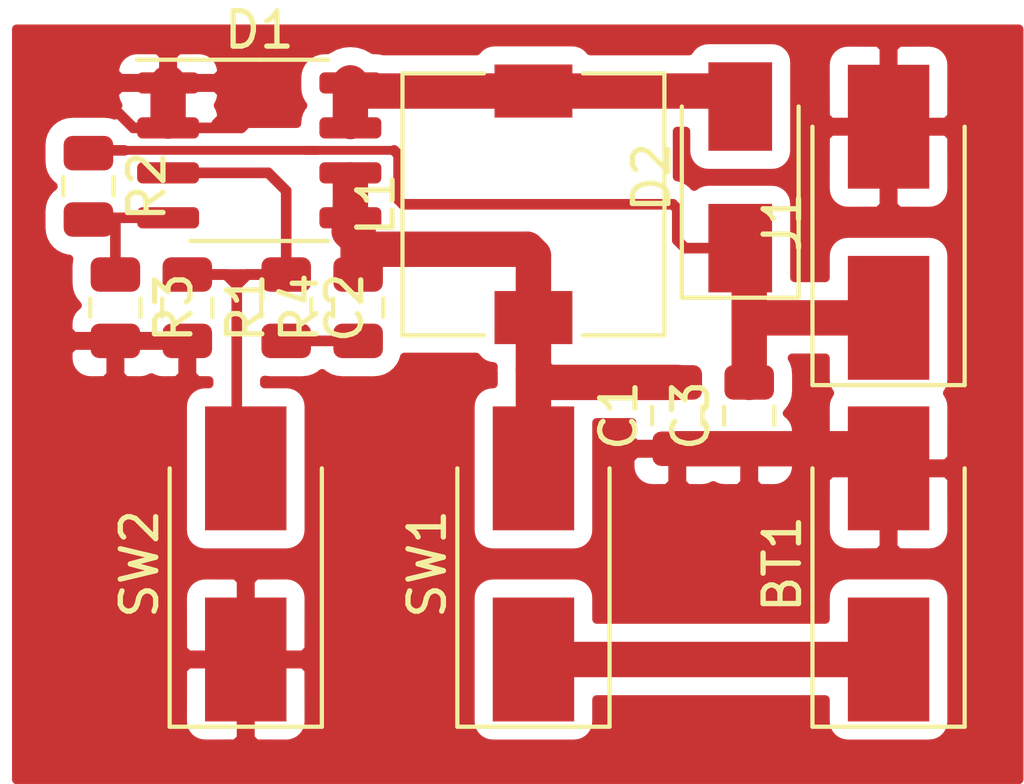
<source format=kicad_pcb>
(kicad_pcb (version 20171130) (host pcbnew 5.1.5+dfsg1-2build2)

  (general
    (thickness 1.6)
    (drawings 0)
    (tracks 64)
    (zones 0)
    (modules 14)
    (nets 9)
  )

  (page A4)
  (layers
    (0 F.Cu signal)
    (31 B.Cu signal)
    (32 B.Adhes user)
    (33 F.Adhes user)
    (34 B.Paste user)
    (35 F.Paste user)
    (36 B.SilkS user)
    (37 F.SilkS user)
    (38 B.Mask user)
    (39 F.Mask user)
    (40 Dwgs.User user)
    (41 Cmts.User user)
    (42 Eco1.User user)
    (43 Eco2.User user)
    (44 Edge.Cuts user)
    (45 Margin user)
    (46 B.CrtYd user)
    (47 F.CrtYd user)
    (48 B.Fab user)
    (49 F.Fab user)
  )

  (setup
    (last_trace_width 0.3)
    (user_trace_width 0.3)
    (user_trace_width 1)
    (trace_clearance 0.2)
    (zone_clearance 0.508)
    (zone_45_only no)
    (trace_min 0.2)
    (via_size 0.8)
    (via_drill 0.4)
    (via_min_size 0.4)
    (via_min_drill 0.3)
    (uvia_size 0.3)
    (uvia_drill 0.1)
    (uvias_allowed no)
    (uvia_min_size 0.2)
    (uvia_min_drill 0.1)
    (edge_width 0.05)
    (segment_width 0.2)
    (pcb_text_width 0.3)
    (pcb_text_size 1.5 1.5)
    (mod_edge_width 0.12)
    (mod_text_size 1 1)
    (mod_text_width 0.15)
    (pad_size 1.75 0.6)
    (pad_drill 0)
    (pad_to_mask_clearance 0.051)
    (solder_mask_min_width 0.25)
    (aux_axis_origin 0 0)
    (visible_elements FFFFFF7F)
    (pcbplotparams
      (layerselection 0x010fc_ffffffff)
      (usegerberextensions false)
      (usegerberattributes false)
      (usegerberadvancedattributes false)
      (creategerberjobfile false)
      (excludeedgelayer true)
      (linewidth 0.100000)
      (plotframeref false)
      (viasonmask false)
      (mode 1)
      (useauxorigin false)
      (hpglpennumber 1)
      (hpglpenspeed 20)
      (hpglpendiameter 15.000000)
      (psnegative false)
      (psa4output false)
      (plotreference true)
      (plotvalue true)
      (plotinvisibletext false)
      (padsonsilk false)
      (subtractmaskfromsilk false)
      (outputformat 1)
      (mirror false)
      (drillshape 1)
      (scaleselection 1)
      (outputdirectory ""))
  )

  (net 0 "")
  (net 1 GND)
  (net 2 "Net-(BT1-Pad1)")
  (net 3 "Net-(C1-Pad2)")
  (net 4 "Net-(C2-Pad1)")
  (net 5 "Net-(C3-Pad2)")
  (net 6 "Net-(D1-Pad7)")
  (net 7 "Net-(D1-Pad4)")
  (net 8 "Net-(C2-Pad2)")

  (net_class Default "Это класс цепей по умолчанию."
    (clearance 0.2)
    (trace_width 0.25)
    (via_dia 0.8)
    (via_drill 0.4)
    (uvia_dia 0.3)
    (uvia_drill 0.1)
    (add_net GND)
    (add_net "Net-(BT1-Pad1)")
    (add_net "Net-(C1-Pad2)")
    (add_net "Net-(C2-Pad1)")
    (add_net "Net-(C2-Pad2)")
    (add_net "Net-(C3-Pad2)")
    (add_net "Net-(D1-Pad4)")
    (add_net "Net-(D1-Pad7)")
  )

  (module Resistor_SMD:R_0805_2012Metric (layer F.Cu) (tedit 5B36C52B) (tstamp 6035ED59)
    (at 123.317 74.041 90)
    (descr "Resistor SMD 0805 (2012 Metric), square (rectangular) end terminal, IPC_7351 nominal, (Body size source: https://docs.google.com/spreadsheets/d/1BsfQQcO9C6DZCsRaXUlFlo91Tg2WpOkGARC1WS5S8t0/edit?usp=sharing), generated with kicad-footprint-generator")
    (tags resistor)
    (path /60363F0A)
    (attr smd)
    (fp_text reference R4 (at 0 -1.65 90) (layer F.SilkS)
      (effects (font (size 1 1) (thickness 0.15)))
    )
    (fp_text value 1k (at 0 1.65 90) (layer F.Fab)
      (effects (font (size 1 1) (thickness 0.15)))
    )
    (fp_text user %R (at 0 0 90) (layer F.Fab)
      (effects (font (size 0.5 0.5) (thickness 0.08)))
    )
    (fp_line (start 1.68 0.95) (end -1.68 0.95) (layer F.CrtYd) (width 0.05))
    (fp_line (start 1.68 -0.95) (end 1.68 0.95) (layer F.CrtYd) (width 0.05))
    (fp_line (start -1.68 -0.95) (end 1.68 -0.95) (layer F.CrtYd) (width 0.05))
    (fp_line (start -1.68 0.95) (end -1.68 -0.95) (layer F.CrtYd) (width 0.05))
    (fp_line (start -0.258578 0.71) (end 0.258578 0.71) (layer F.SilkS) (width 0.12))
    (fp_line (start -0.258578 -0.71) (end 0.258578 -0.71) (layer F.SilkS) (width 0.12))
    (fp_line (start 1 0.6) (end -1 0.6) (layer F.Fab) (width 0.1))
    (fp_line (start 1 -0.6) (end 1 0.6) (layer F.Fab) (width 0.1))
    (fp_line (start -1 -0.6) (end 1 -0.6) (layer F.Fab) (width 0.1))
    (fp_line (start -1 0.6) (end -1 -0.6) (layer F.Fab) (width 0.1))
    (pad 2 smd roundrect (at 0.9375 0 90) (size 0.975 1.4) (layers F.Cu F.Paste F.Mask) (roundrect_rratio 0.25)
      (net 3 "Net-(C1-Pad2)"))
    (pad 1 smd roundrect (at -0.9375 0 90) (size 0.975 1.4) (layers F.Cu F.Paste F.Mask) (roundrect_rratio 0.25)
      (net 8 "Net-(C2-Pad2)"))
    (model ${KISYS3DMOD}/Resistor_SMD.3dshapes/R_0805_2012Metric.wrl
      (at (xyz 0 0 0))
      (scale (xyz 1 1 1))
      (rotate (xyz 0 0 0))
    )
  )

  (module Package_SO:SO-8_3.9x4.9mm_P1.27mm (layer F.Cu) (tedit 6035E016) (tstamp 60353EAA)
    (at 120.523 69.596)
    (descr "SO, 8 Pin (https://www.nxp.com/docs/en/data-sheet/PCF8523.pdf), generated with kicad-footprint-generator ipc_gullwing_generator.py")
    (tags "SO SO")
    (path /6033E44A)
    (attr smd)
    (fp_text reference D1 (at 0 -3.4) (layer F.SilkS)
      (effects (font (size 1 1) (thickness 0.15)))
    )
    (fp_text value ME2149 (at 0 3.4) (layer F.Fab)
      (effects (font (size 1 1) (thickness 0.15)))
    )
    (fp_text user %R (at 0 0) (layer F.Fab)
      (effects (font (size 0.98 0.98) (thickness 0.15)))
    )
    (fp_line (start 3.7 -2.7) (end -3.7 -2.7) (layer F.CrtYd) (width 0.05))
    (fp_line (start 3.7 2.7) (end 3.7 -2.7) (layer F.CrtYd) (width 0.05))
    (fp_line (start -3.7 2.7) (end 3.7 2.7) (layer F.CrtYd) (width 0.05))
    (fp_line (start -3.7 -2.7) (end -3.7 2.7) (layer F.CrtYd) (width 0.05))
    (fp_line (start -1.95 -1.475) (end -0.975 -2.45) (layer F.Fab) (width 0.1))
    (fp_line (start -1.95 2.45) (end -1.95 -1.475) (layer F.Fab) (width 0.1))
    (fp_line (start 1.95 2.45) (end -1.95 2.45) (layer F.Fab) (width 0.1))
    (fp_line (start 1.95 -2.45) (end 1.95 2.45) (layer F.Fab) (width 0.1))
    (fp_line (start -0.975 -2.45) (end 1.95 -2.45) (layer F.Fab) (width 0.1))
    (fp_line (start 0 -2.56) (end -3.45 -2.56) (layer F.SilkS) (width 0.12))
    (fp_line (start 0 -2.56) (end 1.95 -2.56) (layer F.SilkS) (width 0.12))
    (fp_line (start 0 2.56) (end -1.95 2.56) (layer F.SilkS) (width 0.12))
    (fp_line (start 0 2.56) (end 1.95 2.56) (layer F.SilkS) (width 0.12))
    (pad 8 smd roundrect (at 2.575 -1.905) (size 1.75 0.6) (layers F.Cu F.Paste F.Mask) (roundrect_rratio 0.25)
      (net 6 "Net-(D1-Pad7)"))
    (pad 7 smd roundrect (at 2.575 -0.635) (size 1.75 0.6) (layers F.Cu F.Paste F.Mask) (roundrect_rratio 0.25)
      (net 6 "Net-(D1-Pad7)"))
    (pad 6 smd roundrect (at 2.575 0.635) (size 1.75 0.6) (layers F.Cu F.Paste F.Mask) (roundrect_rratio 0.25)
      (net 3 "Net-(C1-Pad2)"))
    (pad 5 smd roundrect (at 2.575 1.905) (size 1.75 0.6) (layers F.Cu F.Paste F.Mask) (roundrect_rratio 0.25)
      (net 3 "Net-(C1-Pad2)"))
    (pad 4 smd roundrect (at -2.575 1.905) (size 1.75 0.6) (layers F.Cu F.Paste F.Mask) (roundrect_rratio 0.25)
      (net 7 "Net-(D1-Pad4)"))
    (pad 3 smd roundrect (at -2.575 0.635) (size 1.75 0.6) (layers F.Cu F.Paste F.Mask) (roundrect_rratio 0.25)
      (net 4 "Net-(C2-Pad1)"))
    (pad 2 smd roundrect (at -2.575 -0.635) (size 1.75 0.6) (layers F.Cu F.Paste F.Mask) (roundrect_rratio 0.25)
      (net 1 GND))
    (pad 1 smd roundrect (at -2.575 -1.905) (size 1.75 0.6) (layers F.Cu F.Paste F.Mask) (roundrect_rratio 0.25)
      (net 1 GND))
    (model ${KISYS3DMOD}/Package_SO.3dshapes/SO-8_3.9x4.9mm_P1.27mm.wrl
      (at (xyz 0 0 0))
      (scale (xyz 1 1 1))
      (rotate (xyz 0 0 0))
    )
  )

  (module Diode_SMD:D_SMB_Handsoldering (layer F.Cu) (tedit 590B3D55) (tstamp 60353F56)
    (at 120.142 81.28 90)
    (descr "Diode SMB (DO-214AA) Handsoldering")
    (tags "Diode SMB (DO-214AA) Handsoldering")
    (path /603BC9A7)
    (attr smd)
    (fp_text reference SW2 (at 0 -3 90) (layer F.SilkS)
      (effects (font (size 1 1) (thickness 0.15)))
    )
    (fp_text value SW_SPST (at 0 3 90) (layer F.Fab)
      (effects (font (size 1 1) (thickness 0.15)))
    )
    (fp_line (start -4.6 -2.15) (end 2.7 -2.15) (layer F.SilkS) (width 0.12))
    (fp_line (start -4.6 2.15) (end 2.7 2.15) (layer F.SilkS) (width 0.12))
    (fp_line (start -0.64944 0.00102) (end 0.50118 -0.79908) (layer F.Fab) (width 0.1))
    (fp_line (start -0.64944 0.00102) (end 0.50118 0.75032) (layer F.Fab) (width 0.1))
    (fp_line (start 0.50118 0.75032) (end 0.50118 -0.79908) (layer F.Fab) (width 0.1))
    (fp_line (start -0.64944 -0.79908) (end -0.64944 0.80112) (layer F.Fab) (width 0.1))
    (fp_line (start 0.50118 0.00102) (end 1.4994 0.00102) (layer F.Fab) (width 0.1))
    (fp_line (start -0.64944 0.00102) (end -1.55114 0.00102) (layer F.Fab) (width 0.1))
    (fp_line (start -4.7 2.25) (end -4.7 -2.25) (layer F.CrtYd) (width 0.05))
    (fp_line (start 4.7 2.25) (end -4.7 2.25) (layer F.CrtYd) (width 0.05))
    (fp_line (start 4.7 -2.25) (end 4.7 2.25) (layer F.CrtYd) (width 0.05))
    (fp_line (start -4.7 -2.25) (end 4.7 -2.25) (layer F.CrtYd) (width 0.05))
    (fp_line (start 2.3 -2) (end -2.3 -2) (layer F.Fab) (width 0.1))
    (fp_line (start 2.3 -2) (end 2.3 2) (layer F.Fab) (width 0.1))
    (fp_line (start -2.3 2) (end -2.3 -2) (layer F.Fab) (width 0.1))
    (fp_line (start 2.3 2) (end -2.3 2) (layer F.Fab) (width 0.1))
    (fp_line (start -4.6 -2.15) (end -4.6 2.15) (layer F.SilkS) (width 0.12))
    (fp_text user %R (at 0 -3 90) (layer F.Fab)
      (effects (font (size 1 1) (thickness 0.15)))
    )
    (pad 2 smd rect (at 2.7 0 90) (size 3.5 2.3) (layers F.Cu F.Paste F.Mask)
      (net 4 "Net-(C2-Pad1)"))
    (pad 1 smd rect (at -2.7 0 90) (size 3.5 2.3) (layers F.Cu F.Paste F.Mask)
      (net 1 GND))
    (model ${KISYS3DMOD}/Diode_SMD.3dshapes/D_SMB.wrl
      (at (xyz 0 0 0))
      (scale (xyz 1 1 1))
      (rotate (xyz 0 0 0))
    )
  )

  (module Diode_SMD:D_SMB_Handsoldering (layer F.Cu) (tedit 590B3D55) (tstamp 60353F3E)
    (at 128.27 81.28 90)
    (descr "Diode SMB (DO-214AA) Handsoldering")
    (tags "Diode SMB (DO-214AA) Handsoldering")
    (path /603761C7)
    (attr smd)
    (fp_text reference SW1 (at 0 -3 90) (layer F.SilkS)
      (effects (font (size 1 1) (thickness 0.15)))
    )
    (fp_text value SW_SPST (at 0 3 90) (layer F.Fab)
      (effects (font (size 1 1) (thickness 0.15)))
    )
    (fp_line (start -4.6 -2.15) (end 2.7 -2.15) (layer F.SilkS) (width 0.12))
    (fp_line (start -4.6 2.15) (end 2.7 2.15) (layer F.SilkS) (width 0.12))
    (fp_line (start -0.64944 0.00102) (end 0.50118 -0.79908) (layer F.Fab) (width 0.1))
    (fp_line (start -0.64944 0.00102) (end 0.50118 0.75032) (layer F.Fab) (width 0.1))
    (fp_line (start 0.50118 0.75032) (end 0.50118 -0.79908) (layer F.Fab) (width 0.1))
    (fp_line (start -0.64944 -0.79908) (end -0.64944 0.80112) (layer F.Fab) (width 0.1))
    (fp_line (start 0.50118 0.00102) (end 1.4994 0.00102) (layer F.Fab) (width 0.1))
    (fp_line (start -0.64944 0.00102) (end -1.55114 0.00102) (layer F.Fab) (width 0.1))
    (fp_line (start -4.7 2.25) (end -4.7 -2.25) (layer F.CrtYd) (width 0.05))
    (fp_line (start 4.7 2.25) (end -4.7 2.25) (layer F.CrtYd) (width 0.05))
    (fp_line (start 4.7 -2.25) (end 4.7 2.25) (layer F.CrtYd) (width 0.05))
    (fp_line (start -4.7 -2.25) (end 4.7 -2.25) (layer F.CrtYd) (width 0.05))
    (fp_line (start 2.3 -2) (end -2.3 -2) (layer F.Fab) (width 0.1))
    (fp_line (start 2.3 -2) (end 2.3 2) (layer F.Fab) (width 0.1))
    (fp_line (start -2.3 2) (end -2.3 -2) (layer F.Fab) (width 0.1))
    (fp_line (start 2.3 2) (end -2.3 2) (layer F.Fab) (width 0.1))
    (fp_line (start -4.6 -2.15) (end -4.6 2.15) (layer F.SilkS) (width 0.12))
    (fp_text user %R (at 0 -3 90) (layer F.Fab)
      (effects (font (size 1 1) (thickness 0.15)))
    )
    (pad 2 smd rect (at 2.7 0 90) (size 3.5 2.3) (layers F.Cu F.Paste F.Mask)
      (net 3 "Net-(C1-Pad2)"))
    (pad 1 smd rect (at -2.7 0 90) (size 3.5 2.3) (layers F.Cu F.Paste F.Mask)
      (net 2 "Net-(BT1-Pad1)"))
    (model ${KISYS3DMOD}/Diode_SMD.3dshapes/D_SMB.wrl
      (at (xyz 0 0 0))
      (scale (xyz 1 1 1))
      (rotate (xyz 0 0 0))
    )
  )

  (module Capacitor_SMD:C_0805_2012Metric (layer F.Cu) (tedit 5B36C52B) (tstamp 60353F26)
    (at 116.459 74.041 270)
    (descr "Capacitor SMD 0805 (2012 Metric), square (rectangular) end terminal, IPC_7351 nominal, (Body size source: https://docs.google.com/spreadsheets/d/1BsfQQcO9C6DZCsRaXUlFlo91Tg2WpOkGARC1WS5S8t0/edit?usp=sharing), generated with kicad-footprint-generator")
    (tags capacitor)
    (path /60386895)
    (attr smd)
    (fp_text reference R3 (at 0 -1.65 90) (layer F.SilkS)
      (effects (font (size 1 1) (thickness 0.15)))
    )
    (fp_text value 6k (at 0 1.65 90) (layer F.Fab)
      (effects (font (size 1 1) (thickness 0.15)))
    )
    (fp_text user %R (at 0 0 90) (layer F.Fab)
      (effects (font (size 0.5 0.5) (thickness 0.08)))
    )
    (fp_line (start 1.68 0.95) (end -1.68 0.95) (layer F.CrtYd) (width 0.05))
    (fp_line (start 1.68 -0.95) (end 1.68 0.95) (layer F.CrtYd) (width 0.05))
    (fp_line (start -1.68 -0.95) (end 1.68 -0.95) (layer F.CrtYd) (width 0.05))
    (fp_line (start -1.68 0.95) (end -1.68 -0.95) (layer F.CrtYd) (width 0.05))
    (fp_line (start -0.258578 0.71) (end 0.258578 0.71) (layer F.SilkS) (width 0.12))
    (fp_line (start -0.258578 -0.71) (end 0.258578 -0.71) (layer F.SilkS) (width 0.12))
    (fp_line (start 1 0.6) (end -1 0.6) (layer F.Fab) (width 0.1))
    (fp_line (start 1 -0.6) (end 1 0.6) (layer F.Fab) (width 0.1))
    (fp_line (start -1 -0.6) (end 1 -0.6) (layer F.Fab) (width 0.1))
    (fp_line (start -1 0.6) (end -1 -0.6) (layer F.Fab) (width 0.1))
    (pad 2 smd roundrect (at 0.9375 0 270) (size 0.975 1.4) (layers F.Cu F.Paste F.Mask) (roundrect_rratio 0.25)
      (net 1 GND))
    (pad 1 smd roundrect (at -0.9375 0 270) (size 0.975 1.4) (layers F.Cu F.Paste F.Mask) (roundrect_rratio 0.25)
      (net 7 "Net-(D1-Pad4)"))
    (model ${KISYS3DMOD}/Capacitor_SMD.3dshapes/C_0805_2012Metric.wrl
      (at (xyz 0 0 0))
      (scale (xyz 1 1 1))
      (rotate (xyz 0 0 0))
    )
  )

  (module Capacitor_SMD:C_0805_2012Metric (layer F.Cu) (tedit 5B36C52B) (tstamp 60353F15)
    (at 115.697 70.612 270)
    (descr "Capacitor SMD 0805 (2012 Metric), square (rectangular) end terminal, IPC_7351 nominal, (Body size source: https://docs.google.com/spreadsheets/d/1BsfQQcO9C6DZCsRaXUlFlo91Tg2WpOkGARC1WS5S8t0/edit?usp=sharing), generated with kicad-footprint-generator")
    (tags capacitor)
    (path /60385FB9)
    (attr smd)
    (fp_text reference R2 (at 0 -1.65 90) (layer F.SilkS)
      (effects (font (size 1 1) (thickness 0.15)))
    )
    (fp_text value 1k (at 0 1.65 90) (layer F.Fab)
      (effects (font (size 1 1) (thickness 0.15)))
    )
    (fp_text user %R (at 0 0 90) (layer F.Fab)
      (effects (font (size 0.5 0.5) (thickness 0.08)))
    )
    (fp_line (start 1.68 0.95) (end -1.68 0.95) (layer F.CrtYd) (width 0.05))
    (fp_line (start 1.68 -0.95) (end 1.68 0.95) (layer F.CrtYd) (width 0.05))
    (fp_line (start -1.68 -0.95) (end 1.68 -0.95) (layer F.CrtYd) (width 0.05))
    (fp_line (start -1.68 0.95) (end -1.68 -0.95) (layer F.CrtYd) (width 0.05))
    (fp_line (start -0.258578 0.71) (end 0.258578 0.71) (layer F.SilkS) (width 0.12))
    (fp_line (start -0.258578 -0.71) (end 0.258578 -0.71) (layer F.SilkS) (width 0.12))
    (fp_line (start 1 0.6) (end -1 0.6) (layer F.Fab) (width 0.1))
    (fp_line (start 1 -0.6) (end 1 0.6) (layer F.Fab) (width 0.1))
    (fp_line (start -1 -0.6) (end 1 -0.6) (layer F.Fab) (width 0.1))
    (fp_line (start -1 0.6) (end -1 -0.6) (layer F.Fab) (width 0.1))
    (pad 2 smd roundrect (at 0.9375 0 270) (size 0.975 1.4) (layers F.Cu F.Paste F.Mask) (roundrect_rratio 0.25)
      (net 7 "Net-(D1-Pad4)"))
    (pad 1 smd roundrect (at -0.9375 0 270) (size 0.975 1.4) (layers F.Cu F.Paste F.Mask) (roundrect_rratio 0.25)
      (net 5 "Net-(C3-Pad2)"))
    (model ${KISYS3DMOD}/Capacitor_SMD.3dshapes/C_0805_2012Metric.wrl
      (at (xyz 0 0 0))
      (scale (xyz 1 1 1))
      (rotate (xyz 0 0 0))
    )
  )

  (module Capacitor_SMD:C_0805_2012Metric (layer F.Cu) (tedit 5B36C52B) (tstamp 60353F04)
    (at 118.491 74.041 270)
    (descr "Capacitor SMD 0805 (2012 Metric), square (rectangular) end terminal, IPC_7351 nominal, (Body size source: https://docs.google.com/spreadsheets/d/1BsfQQcO9C6DZCsRaXUlFlo91Tg2WpOkGARC1WS5S8t0/edit?usp=sharing), generated with kicad-footprint-generator")
    (tags capacitor)
    (path /6037F926)
    (attr smd)
    (fp_text reference R1 (at 0 -1.65 90) (layer F.SilkS)
      (effects (font (size 1 1) (thickness 0.15)))
    )
    (fp_text value 10M (at 0 1.65 270) (layer F.Fab)
      (effects (font (size 1 1) (thickness 0.15)))
    )
    (fp_text user %R (at 0 0 90) (layer F.Fab)
      (effects (font (size 0.5 0.5) (thickness 0.08)))
    )
    (fp_line (start 1.68 0.95) (end -1.68 0.95) (layer F.CrtYd) (width 0.05))
    (fp_line (start 1.68 -0.95) (end 1.68 0.95) (layer F.CrtYd) (width 0.05))
    (fp_line (start -1.68 -0.95) (end 1.68 -0.95) (layer F.CrtYd) (width 0.05))
    (fp_line (start -1.68 0.95) (end -1.68 -0.95) (layer F.CrtYd) (width 0.05))
    (fp_line (start -0.258578 0.71) (end 0.258578 0.71) (layer F.SilkS) (width 0.12))
    (fp_line (start -0.258578 -0.71) (end 0.258578 -0.71) (layer F.SilkS) (width 0.12))
    (fp_line (start 1 0.6) (end -1 0.6) (layer F.Fab) (width 0.1))
    (fp_line (start 1 -0.6) (end 1 0.6) (layer F.Fab) (width 0.1))
    (fp_line (start -1 -0.6) (end 1 -0.6) (layer F.Fab) (width 0.1))
    (fp_line (start -1 0.6) (end -1 -0.6) (layer F.Fab) (width 0.1))
    (pad 2 smd roundrect (at 0.9375 0 270) (size 0.975 1.4) (layers F.Cu F.Paste F.Mask) (roundrect_rratio 0.25)
      (net 1 GND))
    (pad 1 smd roundrect (at -0.9375 0 270) (size 0.975 1.4) (layers F.Cu F.Paste F.Mask) (roundrect_rratio 0.25)
      (net 4 "Net-(C2-Pad1)"))
    (model ${KISYS3DMOD}/Capacitor_SMD.3dshapes/C_0805_2012Metric.wrl
      (at (xyz 0 0 0))
      (scale (xyz 1 1 1))
      (rotate (xyz 0 0 0))
    )
  )

  (module Inductor_SMD:L_7.3x7.3_H4.5 (layer F.Cu) (tedit 5990349C) (tstamp 60353EF3)
    (at 128.27 71.12 90)
    (descr "Choke, SMD, 7.3x7.3mm 4.5mm height")
    (tags "Choke SMD")
    (path /60388B21)
    (attr smd)
    (fp_text reference L1 (at 0 -4.45 90) (layer F.SilkS)
      (effects (font (size 1 1) (thickness 0.15)))
    )
    (fp_text value 4.7mH (at 0 4.45 90) (layer F.Fab)
      (effects (font (size 1 1) (thickness 0.15)))
    )
    (fp_arc (start 0 0) (end -2.29 -2.29) (angle 90) (layer F.Fab) (width 0.1))
    (fp_arc (start 0 0) (end 2.29 2.29) (angle 90) (layer F.Fab) (width 0.1))
    (fp_line (start -3.65 -3.65) (end 3.65 -3.65) (layer F.Fab) (width 0.1))
    (fp_line (start 3.65 3.65) (end -3.65 3.65) (layer F.Fab) (width 0.1))
    (fp_line (start -3.65 -3.65) (end -3.65 -1.4) (layer F.Fab) (width 0.1))
    (fp_line (start -3.65 3.65) (end -3.65 1.4) (layer F.Fab) (width 0.1))
    (fp_line (start 3.65 -3.65) (end 3.65 -1.4) (layer F.Fab) (width 0.1))
    (fp_line (start 3.65 3.65) (end 3.65 1.4) (layer F.Fab) (width 0.1))
    (fp_line (start 4.2 -3.9) (end -4.2 -3.9) (layer F.CrtYd) (width 0.05))
    (fp_line (start 4.2 3.9) (end 4.2 -3.9) (layer F.CrtYd) (width 0.05))
    (fp_line (start -4.2 3.9) (end 4.2 3.9) (layer F.CrtYd) (width 0.05))
    (fp_line (start -4.2 -3.9) (end -4.2 3.9) (layer F.CrtYd) (width 0.05))
    (fp_line (start 3.7 -3.7) (end 3.7 -1.4) (layer F.SilkS) (width 0.12))
    (fp_line (start -3.7 -3.7) (end 3.7 -3.7) (layer F.SilkS) (width 0.12))
    (fp_line (start -3.7 -1.4) (end -3.7 -3.7) (layer F.SilkS) (width 0.12))
    (fp_line (start -3.7 3.7) (end -3.7 1.4) (layer F.SilkS) (width 0.12))
    (fp_line (start 3.7 3.7) (end -3.7 3.7) (layer F.SilkS) (width 0.12))
    (fp_line (start 3.7 1.4) (end 3.7 3.7) (layer F.SilkS) (width 0.12))
    (fp_text user %R (at 0 0 90) (layer F.Fab)
      (effects (font (size 1 1) (thickness 0.15)))
    )
    (pad 2 smd rect (at 3.2 0 90) (size 1.5 2.2) (layers F.Cu F.Paste F.Mask)
      (net 6 "Net-(D1-Pad7)"))
    (pad 1 smd rect (at -3.2 0 90) (size 1.5 2.2) (layers F.Cu F.Paste F.Mask)
      (net 3 "Net-(C1-Pad2)"))
    (model ${KISYS3DMOD}/Inductor_SMD.3dshapes/L_7.3x7.3_H4.5.wrl
      (at (xyz 0 0 0))
      (scale (xyz 1 1 1))
      (rotate (xyz 0 0 0))
    )
  )

  (module Diode_SMD:D_SMB_Handsoldering (layer F.Cu) (tedit 590B3D55) (tstamp 60353EDA)
    (at 138.303 71.628 90)
    (descr "Diode SMB (DO-214AA) Handsoldering")
    (tags "Diode SMB (DO-214AA) Handsoldering")
    (path /60391B8C)
    (attr smd)
    (fp_text reference J1 (at 0 -3 90) (layer F.SilkS)
      (effects (font (size 1 1) (thickness 0.15)))
    )
    (fp_text value "out 9v" (at 0 3 90) (layer F.Fab)
      (effects (font (size 1 1) (thickness 0.15)))
    )
    (fp_line (start -4.6 -2.15) (end 2.7 -2.15) (layer F.SilkS) (width 0.12))
    (fp_line (start -4.6 2.15) (end 2.7 2.15) (layer F.SilkS) (width 0.12))
    (fp_line (start -0.64944 0.00102) (end 0.50118 -0.79908) (layer F.Fab) (width 0.1))
    (fp_line (start -0.64944 0.00102) (end 0.50118 0.75032) (layer F.Fab) (width 0.1))
    (fp_line (start 0.50118 0.75032) (end 0.50118 -0.79908) (layer F.Fab) (width 0.1))
    (fp_line (start -0.64944 -0.79908) (end -0.64944 0.80112) (layer F.Fab) (width 0.1))
    (fp_line (start 0.50118 0.00102) (end 1.4994 0.00102) (layer F.Fab) (width 0.1))
    (fp_line (start -0.64944 0.00102) (end -1.55114 0.00102) (layer F.Fab) (width 0.1))
    (fp_line (start -4.7 2.25) (end -4.7 -2.25) (layer F.CrtYd) (width 0.05))
    (fp_line (start 4.7 2.25) (end -4.7 2.25) (layer F.CrtYd) (width 0.05))
    (fp_line (start 4.7 -2.25) (end 4.7 2.25) (layer F.CrtYd) (width 0.05))
    (fp_line (start -4.7 -2.25) (end 4.7 -2.25) (layer F.CrtYd) (width 0.05))
    (fp_line (start 2.3 -2) (end -2.3 -2) (layer F.Fab) (width 0.1))
    (fp_line (start 2.3 -2) (end 2.3 2) (layer F.Fab) (width 0.1))
    (fp_line (start -2.3 2) (end -2.3 -2) (layer F.Fab) (width 0.1))
    (fp_line (start 2.3 2) (end -2.3 2) (layer F.Fab) (width 0.1))
    (fp_line (start -4.6 -2.15) (end -4.6 2.15) (layer F.SilkS) (width 0.12))
    (fp_text user %R (at 0 -3 90) (layer F.Fab)
      (effects (font (size 1 1) (thickness 0.15)))
    )
    (pad 2 smd rect (at 2.7 0 90) (size 3.5 2.3) (layers F.Cu F.Paste F.Mask)
      (net 1 GND))
    (pad 1 smd rect (at -2.7 0 90) (size 3.5 2.3) (layers F.Cu F.Paste F.Mask)
      (net 5 "Net-(C3-Pad2)"))
    (model ${KISYS3DMOD}/Diode_SMD.3dshapes/D_SMB.wrl
      (at (xyz 0 0 0))
      (scale (xyz 1 1 1))
      (rotate (xyz 0 0 0))
    )
  )

  (module Diode_SMD:D_SMA (layer F.Cu) (tedit 586432E5) (tstamp 60353EC2)
    (at 134.112 70.358 90)
    (descr "Diode SMA (DO-214AC)")
    (tags "Diode SMA (DO-214AC)")
    (path /6038A153)
    (attr smd)
    (fp_text reference D2 (at 0 -2.5 90) (layer F.SilkS)
      (effects (font (size 1 1) (thickness 0.15)))
    )
    (fp_text value 1N5822 (at 0 2.6 90) (layer F.Fab)
      (effects (font (size 1 1) (thickness 0.15)))
    )
    (fp_line (start -3.4 -1.65) (end 2 -1.65) (layer F.SilkS) (width 0.12))
    (fp_line (start -3.4 1.65) (end 2 1.65) (layer F.SilkS) (width 0.12))
    (fp_line (start -0.64944 0.00102) (end 0.50118 -0.79908) (layer F.Fab) (width 0.1))
    (fp_line (start -0.64944 0.00102) (end 0.50118 0.75032) (layer F.Fab) (width 0.1))
    (fp_line (start 0.50118 0.75032) (end 0.50118 -0.79908) (layer F.Fab) (width 0.1))
    (fp_line (start -0.64944 -0.79908) (end -0.64944 0.80112) (layer F.Fab) (width 0.1))
    (fp_line (start 0.50118 0.00102) (end 1.4994 0.00102) (layer F.Fab) (width 0.1))
    (fp_line (start -0.64944 0.00102) (end -1.55114 0.00102) (layer F.Fab) (width 0.1))
    (fp_line (start -3.5 1.75) (end -3.5 -1.75) (layer F.CrtYd) (width 0.05))
    (fp_line (start 3.5 1.75) (end -3.5 1.75) (layer F.CrtYd) (width 0.05))
    (fp_line (start 3.5 -1.75) (end 3.5 1.75) (layer F.CrtYd) (width 0.05))
    (fp_line (start -3.5 -1.75) (end 3.5 -1.75) (layer F.CrtYd) (width 0.05))
    (fp_line (start 2.3 -1.5) (end -2.3 -1.5) (layer F.Fab) (width 0.1))
    (fp_line (start 2.3 -1.5) (end 2.3 1.5) (layer F.Fab) (width 0.1))
    (fp_line (start -2.3 1.5) (end -2.3 -1.5) (layer F.Fab) (width 0.1))
    (fp_line (start 2.3 1.5) (end -2.3 1.5) (layer F.Fab) (width 0.1))
    (fp_line (start -3.4 -1.65) (end -3.4 1.65) (layer F.SilkS) (width 0.12))
    (fp_text user %R (at 0 -2.5 90) (layer F.Fab)
      (effects (font (size 1 1) (thickness 0.15)))
    )
    (pad 2 smd rect (at 2 0 90) (size 2.5 1.8) (layers F.Cu F.Paste F.Mask)
      (net 6 "Net-(D1-Pad7)"))
    (pad 1 smd rect (at -2 0 90) (size 2.5 1.8) (layers F.Cu F.Paste F.Mask)
      (net 5 "Net-(C3-Pad2)"))
    (model ${KISYS3DMOD}/Diode_SMD.3dshapes/D_SMA.wrl
      (at (xyz 0 0 0))
      (scale (xyz 1 1 1))
      (rotate (xyz 0 0 0))
    )
  )

  (module Capacitor_SMD:C_0805_2012Metric (layer F.Cu) (tedit 5B36C52B) (tstamp 60353E90)
    (at 134.366 77.089 90)
    (descr "Capacitor SMD 0805 (2012 Metric), square (rectangular) end terminal, IPC_7351 nominal, (Body size source: https://docs.google.com/spreadsheets/d/1BsfQQcO9C6DZCsRaXUlFlo91Tg2WpOkGARC1WS5S8t0/edit?usp=sharing), generated with kicad-footprint-generator")
    (tags capacitor)
    (path /603AA968)
    (attr smd)
    (fp_text reference C3 (at 0 -1.65 90) (layer F.SilkS)
      (effects (font (size 1 1) (thickness 0.15)))
    )
    (fp_text value 10uF (at 0 1.65 90) (layer F.Fab)
      (effects (font (size 1 1) (thickness 0.15)))
    )
    (fp_text user %R (at 0 0 90) (layer F.Fab)
      (effects (font (size 0.5 0.5) (thickness 0.08)))
    )
    (fp_line (start 1.68 0.95) (end -1.68 0.95) (layer F.CrtYd) (width 0.05))
    (fp_line (start 1.68 -0.95) (end 1.68 0.95) (layer F.CrtYd) (width 0.05))
    (fp_line (start -1.68 -0.95) (end 1.68 -0.95) (layer F.CrtYd) (width 0.05))
    (fp_line (start -1.68 0.95) (end -1.68 -0.95) (layer F.CrtYd) (width 0.05))
    (fp_line (start -0.258578 0.71) (end 0.258578 0.71) (layer F.SilkS) (width 0.12))
    (fp_line (start -0.258578 -0.71) (end 0.258578 -0.71) (layer F.SilkS) (width 0.12))
    (fp_line (start 1 0.6) (end -1 0.6) (layer F.Fab) (width 0.1))
    (fp_line (start 1 -0.6) (end 1 0.6) (layer F.Fab) (width 0.1))
    (fp_line (start -1 -0.6) (end 1 -0.6) (layer F.Fab) (width 0.1))
    (fp_line (start -1 0.6) (end -1 -0.6) (layer F.Fab) (width 0.1))
    (pad 2 smd roundrect (at 0.9375 0 90) (size 0.975 1.4) (layers F.Cu F.Paste F.Mask) (roundrect_rratio 0.25)
      (net 5 "Net-(C3-Pad2)"))
    (pad 1 smd roundrect (at -0.9375 0 90) (size 0.975 1.4) (layers F.Cu F.Paste F.Mask) (roundrect_rratio 0.25)
      (net 1 GND))
    (model ${KISYS3DMOD}/Capacitor_SMD.3dshapes/C_0805_2012Metric.wrl
      (at (xyz 0 0 0))
      (scale (xyz 1 1 1))
      (rotate (xyz 0 0 0))
    )
  )

  (module Capacitor_SMD:C_0805_2012Metric (layer F.Cu) (tedit 5B36C52B) (tstamp 60353E7F)
    (at 121.285 74.041 270)
    (descr "Capacitor SMD 0805 (2012 Metric), square (rectangular) end terminal, IPC_7351 nominal, (Body size source: https://docs.google.com/spreadsheets/d/1BsfQQcO9C6DZCsRaXUlFlo91Tg2WpOkGARC1WS5S8t0/edit?usp=sharing), generated with kicad-footprint-generator")
    (tags capacitor)
    (path /60344611)
    (attr smd)
    (fp_text reference C2 (at 0 -1.65 90) (layer F.SilkS)
      (effects (font (size 1 1) (thickness 0.15)))
    )
    (fp_text value 1uF (at 0 1.65 90) (layer F.Fab)
      (effects (font (size 1 1) (thickness 0.15)))
    )
    (fp_text user %R (at 0 0 90) (layer F.Fab)
      (effects (font (size 0.5 0.5) (thickness 0.08)))
    )
    (fp_line (start 1.68 0.95) (end -1.68 0.95) (layer F.CrtYd) (width 0.05))
    (fp_line (start 1.68 -0.95) (end 1.68 0.95) (layer F.CrtYd) (width 0.05))
    (fp_line (start -1.68 -0.95) (end 1.68 -0.95) (layer F.CrtYd) (width 0.05))
    (fp_line (start -1.68 0.95) (end -1.68 -0.95) (layer F.CrtYd) (width 0.05))
    (fp_line (start -0.258578 0.71) (end 0.258578 0.71) (layer F.SilkS) (width 0.12))
    (fp_line (start -0.258578 -0.71) (end 0.258578 -0.71) (layer F.SilkS) (width 0.12))
    (fp_line (start 1 0.6) (end -1 0.6) (layer F.Fab) (width 0.1))
    (fp_line (start 1 -0.6) (end 1 0.6) (layer F.Fab) (width 0.1))
    (fp_line (start -1 -0.6) (end 1 -0.6) (layer F.Fab) (width 0.1))
    (fp_line (start -1 0.6) (end -1 -0.6) (layer F.Fab) (width 0.1))
    (pad 2 smd roundrect (at 0.9375 0 270) (size 0.975 1.4) (layers F.Cu F.Paste F.Mask) (roundrect_rratio 0.25)
      (net 8 "Net-(C2-Pad2)"))
    (pad 1 smd roundrect (at -0.9375 0 270) (size 0.975 1.4) (layers F.Cu F.Paste F.Mask) (roundrect_rratio 0.25)
      (net 4 "Net-(C2-Pad1)"))
    (model ${KISYS3DMOD}/Capacitor_SMD.3dshapes/C_0805_2012Metric.wrl
      (at (xyz 0 0 0))
      (scale (xyz 1 1 1))
      (rotate (xyz 0 0 0))
    )
  )

  (module Capacitor_SMD:C_0805_2012Metric (layer F.Cu) (tedit 5B36C52B) (tstamp 60353E6E)
    (at 132.334 77.089 90)
    (descr "Capacitor SMD 0805 (2012 Metric), square (rectangular) end terminal, IPC_7351 nominal, (Body size source: https://docs.google.com/spreadsheets/d/1BsfQQcO9C6DZCsRaXUlFlo91Tg2WpOkGARC1WS5S8t0/edit?usp=sharing), generated with kicad-footprint-generator")
    (tags capacitor)
    (path /603AAE82)
    (attr smd)
    (fp_text reference C1 (at 0 -1.65 90) (layer F.SilkS)
      (effects (font (size 1 1) (thickness 0.15)))
    )
    (fp_text value 10uF (at 0 1.65 90) (layer F.Fab)
      (effects (font (size 1 1) (thickness 0.15)))
    )
    (fp_text user %R (at 0 0 90) (layer F.Fab)
      (effects (font (size 0.5 0.5) (thickness 0.08)))
    )
    (fp_line (start 1.68 0.95) (end -1.68 0.95) (layer F.CrtYd) (width 0.05))
    (fp_line (start 1.68 -0.95) (end 1.68 0.95) (layer F.CrtYd) (width 0.05))
    (fp_line (start -1.68 -0.95) (end 1.68 -0.95) (layer F.CrtYd) (width 0.05))
    (fp_line (start -1.68 0.95) (end -1.68 -0.95) (layer F.CrtYd) (width 0.05))
    (fp_line (start -0.258578 0.71) (end 0.258578 0.71) (layer F.SilkS) (width 0.12))
    (fp_line (start -0.258578 -0.71) (end 0.258578 -0.71) (layer F.SilkS) (width 0.12))
    (fp_line (start 1 0.6) (end -1 0.6) (layer F.Fab) (width 0.1))
    (fp_line (start 1 -0.6) (end 1 0.6) (layer F.Fab) (width 0.1))
    (fp_line (start -1 -0.6) (end 1 -0.6) (layer F.Fab) (width 0.1))
    (fp_line (start -1 0.6) (end -1 -0.6) (layer F.Fab) (width 0.1))
    (pad 2 smd roundrect (at 0.9375 0 90) (size 0.975 1.4) (layers F.Cu F.Paste F.Mask) (roundrect_rratio 0.25)
      (net 3 "Net-(C1-Pad2)"))
    (pad 1 smd roundrect (at -0.9375 0 90) (size 0.975 1.4) (layers F.Cu F.Paste F.Mask) (roundrect_rratio 0.25)
      (net 1 GND))
    (model ${KISYS3DMOD}/Capacitor_SMD.3dshapes/C_0805_2012Metric.wrl
      (at (xyz 0 0 0))
      (scale (xyz 1 1 1))
      (rotate (xyz 0 0 0))
    )
  )

  (module Diode_SMD:D_SMB_Handsoldering (layer F.Cu) (tedit 590B3D55) (tstamp 60353E5D)
    (at 138.303 81.28 90)
    (descr "Diode SMB (DO-214AA) Handsoldering")
    (tags "Diode SMB (DO-214AA) Handsoldering")
    (path /6036F397)
    (attr smd)
    (fp_text reference BT1 (at 0 -3 90) (layer F.SilkS)
      (effects (font (size 1 1) (thickness 0.15)))
    )
    (fp_text value AA (at 0 3 90) (layer F.Fab)
      (effects (font (size 1 1) (thickness 0.15)))
    )
    (fp_line (start -4.6 -2.15) (end 2.7 -2.15) (layer F.SilkS) (width 0.12))
    (fp_line (start -4.6 2.15) (end 2.7 2.15) (layer F.SilkS) (width 0.12))
    (fp_line (start -0.64944 0.00102) (end 0.50118 -0.79908) (layer F.Fab) (width 0.1))
    (fp_line (start -0.64944 0.00102) (end 0.50118 0.75032) (layer F.Fab) (width 0.1))
    (fp_line (start 0.50118 0.75032) (end 0.50118 -0.79908) (layer F.Fab) (width 0.1))
    (fp_line (start -0.64944 -0.79908) (end -0.64944 0.80112) (layer F.Fab) (width 0.1))
    (fp_line (start 0.50118 0.00102) (end 1.4994 0.00102) (layer F.Fab) (width 0.1))
    (fp_line (start -0.64944 0.00102) (end -1.55114 0.00102) (layer F.Fab) (width 0.1))
    (fp_line (start -4.7 2.25) (end -4.7 -2.25) (layer F.CrtYd) (width 0.05))
    (fp_line (start 4.7 2.25) (end -4.7 2.25) (layer F.CrtYd) (width 0.05))
    (fp_line (start 4.7 -2.25) (end 4.7 2.25) (layer F.CrtYd) (width 0.05))
    (fp_line (start -4.7 -2.25) (end 4.7 -2.25) (layer F.CrtYd) (width 0.05))
    (fp_line (start 2.3 -2) (end -2.3 -2) (layer F.Fab) (width 0.1))
    (fp_line (start 2.3 -2) (end 2.3 2) (layer F.Fab) (width 0.1))
    (fp_line (start -2.3 2) (end -2.3 -2) (layer F.Fab) (width 0.1))
    (fp_line (start 2.3 2) (end -2.3 2) (layer F.Fab) (width 0.1))
    (fp_line (start -4.6 -2.15) (end -4.6 2.15) (layer F.SilkS) (width 0.12))
    (fp_text user %R (at 0 -3 90) (layer F.Fab)
      (effects (font (size 1 1) (thickness 0.15)))
    )
    (pad 2 smd rect (at 2.7 0 90) (size 3.5 2.3) (layers F.Cu F.Paste F.Mask)
      (net 1 GND))
    (pad 1 smd rect (at -2.7 0 90) (size 3.5 2.3) (layers F.Cu F.Paste F.Mask)
      (net 2 "Net-(BT1-Pad1)"))
    (model ${KISYS3DMOD}/Diode_SMD.3dshapes/D_SMB.wrl
      (at (xyz 0 0 0))
      (scale (xyz 1 1 1))
      (rotate (xyz 0 0 0))
    )
  )

  (segment (start 137.7495 78.0265) (end 138.303 78.58) (width 1) (layer F.Cu) (net 1))
  (segment (start 132.334 78.0265) (end 137.7495 78.0265) (width 1) (layer F.Cu) (net 1))
  (segment (start 117.948 67.691) (end 117.948 68.77099) (width 1) (layer F.Cu) (net 1))
  (segment (start 117.948 68.961) (end 120.015 68.961) (width 0.3) (layer F.Cu) (net 1))
  (segment (start 120.015 68.961) (end 120.396 68.58) (width 0.3) (layer F.Cu) (net 1))
  (segment (start 120.396 68.58) (end 120.396 67.691) (width 0.3) (layer F.Cu) (net 1))
  (segment (start 117.948 68.961) (end 117.094 68.961) (width 0.3) (layer F.Cu) (net 1))
  (segment (start 117.094 68.961) (end 116.967 68.961) (width 0.3) (layer F.Cu) (net 1))
  (segment (start 116.967 68.961) (end 116.459 68.453) (width 0.3) (layer F.Cu) (net 1))
  (segment (start 138.303 83.98) (end 128.27 83.98) (width 1) (layer F.Cu) (net 2))
  (segment (start 128.6025 76.1515) (end 128.27 75.819) (width 1) (layer F.Cu) (net 3))
  (segment (start 132.334 76.1515) (end 128.6025 76.1515) (width 1) (layer F.Cu) (net 3))
  (segment (start 128.27 75.819) (end 128.27 74.32) (width 1) (layer F.Cu) (net 3))
  (segment (start 128.27 78.58) (end 128.27 75.819) (width 1) (layer F.Cu) (net 3))
  (segment (start 123.098 72.8845) (end 123.317 73.1035) (width 0.3) (layer F.Cu) (net 3))
  (segment (start 128.27 72.57) (end 128.09 72.39) (width 1) (layer F.Cu) (net 3))
  (segment (start 128.27 74.32) (end 128.27 72.57) (width 1) (layer F.Cu) (net 3))
  (segment (start 123.571 72.39) (end 123.063 71.882) (width 1) (layer F.Cu) (net 3))
  (segment (start 128.09 72.39) (end 123.571 72.39) (width 1) (layer F.Cu) (net 3))
  (segment (start 123.063 71.882) (end 123.098 72.8845) (width 0.3) (layer F.Cu) (net 3))
  (segment (start 123.098 71.501) (end 123.063 71.882) (width 0.3) (layer F.Cu) (net 3))
  (segment (start 123.098 71.201) (end 123.098 70.431) (width 1) (layer F.Cu) (net 3))
  (segment (start 123.098 71.501) (end 123.098 71.201) (width 1) (layer F.Cu) (net 3))
  (segment (start 123.317 71.72) (end 123.098 71.501) (width 1) (layer F.Cu) (net 3))
  (segment (start 123.317 73.1035) (end 123.317 71.72) (width 1) (layer F.Cu) (net 3))
  (segment (start 119.687 78.58) (end 120.015 78.252) (width 0.3) (layer F.Cu) (net 4))
  (segment (start 121.285 73.1035) (end 121.285 70.739) (width 0.3) (layer F.Cu) (net 4))
  (segment (start 120.777 70.231) (end 117.948 70.231) (width 0.3) (layer F.Cu) (net 4))
  (segment (start 121.285 70.739) (end 120.777 70.231) (width 0.3) (layer F.Cu) (net 4))
  (segment (start 120.142 78.58) (end 120.142 77.851) (width 0.3) (layer F.Cu) (net 4))
  (segment (start 120.142 77.851) (end 119.888 77.597) (width 0.3) (layer F.Cu) (net 4))
  (segment (start 119.888 77.597) (end 119.888 73.406) (width 0.3) (layer F.Cu) (net 4))
  (segment (start 120.1905 73.1035) (end 121.285 73.1035) (width 0.3) (layer F.Cu) (net 4))
  (segment (start 119.888 73.406) (end 120.1905 73.1035) (width 0.3) (layer F.Cu) (net 4))
  (segment (start 121.285 73.1035) (end 118.491 73.1035) (width 0.3) (layer F.Cu) (net 4))
  (segment (start 119.5855 73.1035) (end 118.491 73.1035) (width 0.3) (layer F.Cu) (net 4))
  (segment (start 119.888 73.406) (end 119.5855 73.1035) (width 0.3) (layer F.Cu) (net 4))
  (segment (start 115.697 69.596) (end 116.713 69.596) (width 0.3) (layer F.Cu) (net 5))
  (segment (start 121.81298 69.596) (end 124.333 69.596) (width 0.25) (layer F.Cu) (net 5))
  (segment (start 116.713 69.596) (end 122.174 69.596) (width 0.25) (layer F.Cu) (net 5))
  (segment (start 134.366 72.612) (end 134.112 72.358) (width 1) (layer F.Cu) (net 5))
  (segment (start 134.526 74.328) (end 134.366 74.168) (width 1) (layer F.Cu) (net 5))
  (segment (start 138.303 74.328) (end 134.526 74.328) (width 1) (layer F.Cu) (net 5))
  (segment (start 134.366 74.168) (end 134.366 72.612) (width 1) (layer F.Cu) (net 5))
  (segment (start 134.366 76.1515) (end 134.366 74.168) (width 1) (layer F.Cu) (net 5))
  (segment (start 132.556 72.358) (end 134.112 72.358) (width 0.3) (layer F.Cu) (net 5))
  (segment (start 132.334 72.136) (end 132.556 72.358) (width 0.3) (layer F.Cu) (net 5))
  (segment (start 132.334 71.247) (end 132.334 72.136) (width 0.3) (layer F.Cu) (net 5))
  (segment (start 124.587 71.12) (end 132.207 71.12) (width 0.3) (layer F.Cu) (net 5))
  (segment (start 132.207 71.12) (end 132.334 71.247) (width 0.3) (layer F.Cu) (net 5))
  (segment (start 124.46 70.993) (end 124.587 71.12) (width 0.3) (layer F.Cu) (net 5))
  (segment (start 124.46 69.723) (end 124.46 70.993) (width 0.3) (layer F.Cu) (net 5))
  (segment (start 124.333 69.596) (end 124.46 69.723) (width 0.3) (layer F.Cu) (net 5))
  (segment (start 133.547 67.92) (end 134.112 68.485) (width 0.25) (layer F.Cu) (net 6))
  (segment (start 123.098 67.691) (end 123.098 68.78098) (width 1) (layer F.Cu) (net 6))
  (segment (start 123.327 67.92) (end 123.098 67.691) (width 1) (layer F.Cu) (net 6))
  (segment (start 128.27 67.92) (end 123.327 67.92) (width 1) (layer F.Cu) (net 6))
  (segment (start 133.674 67.92) (end 134.112 68.358) (width 1) (layer F.Cu) (net 6))
  (segment (start 128.27 67.92) (end 133.674 67.92) (width 1) (layer F.Cu) (net 6))
  (segment (start 115.7455 71.501) (end 115.697 71.5495) (width 0.3) (layer F.Cu) (net 7))
  (segment (start 116.459 73.1035) (end 116.459 71.501) (width 0.3) (layer F.Cu) (net 7))
  (segment (start 116.459 71.501) (end 115.7455 71.501) (width 0.3) (layer F.Cu) (net 7))
  (segment (start 117.948 71.501) (end 116.459 71.501) (width 0.3) (layer F.Cu) (net 7))
  (segment (start 123.317 74.9785) (end 121.285 74.9785) (width 0.3) (layer F.Cu) (net 8))

  (zone (net 1) (net_name GND) (layer F.Cu) (tstamp 0) (hatch edge 0.508)
    (connect_pads (clearance 0.508))
    (min_thickness 0.254)
    (fill yes (arc_segments 32) (thermal_gap 0.508) (thermal_bridge_width 0.508))
    (polygon
      (pts
        (xy 142.113 87.503) (xy 113.538 87.503) (xy 113.538 66.04) (xy 142.113 66.04)
      )
    )
    (filled_polygon
      (pts
        (xy 141.986 87.376) (xy 113.665 87.376) (xy 113.665 85.73) (xy 118.353928 85.73) (xy 118.366188 85.854482)
        (xy 118.402498 85.97418) (xy 118.461463 86.084494) (xy 118.540815 86.181185) (xy 118.637506 86.260537) (xy 118.74782 86.319502)
        (xy 118.867518 86.355812) (xy 118.992 86.368072) (xy 119.85625 86.365) (xy 120.015 86.20625) (xy 120.015 84.107)
        (xy 120.269 84.107) (xy 120.269 86.20625) (xy 120.42775 86.365) (xy 121.292 86.368072) (xy 121.416482 86.355812)
        (xy 121.53618 86.319502) (xy 121.646494 86.260537) (xy 121.743185 86.181185) (xy 121.822537 86.084494) (xy 121.881502 85.97418)
        (xy 121.917812 85.854482) (xy 121.930072 85.73) (xy 121.927 84.26575) (xy 121.76825 84.107) (xy 120.269 84.107)
        (xy 120.015 84.107) (xy 118.51575 84.107) (xy 118.357 84.26575) (xy 118.353928 85.73) (xy 113.665 85.73)
        (xy 113.665 82.23) (xy 118.353928 82.23) (xy 118.357 83.69425) (xy 118.51575 83.853) (xy 120.015 83.853)
        (xy 120.015 81.75375) (xy 120.269 81.75375) (xy 120.269 83.853) (xy 121.76825 83.853) (xy 121.927 83.69425)
        (xy 121.930072 82.23) (xy 126.481928 82.23) (xy 126.481928 85.73) (xy 126.494188 85.854482) (xy 126.530498 85.97418)
        (xy 126.589463 86.084494) (xy 126.668815 86.181185) (xy 126.765506 86.260537) (xy 126.87582 86.319502) (xy 126.995518 86.355812)
        (xy 127.12 86.368072) (xy 129.42 86.368072) (xy 129.544482 86.355812) (xy 129.66418 86.319502) (xy 129.774494 86.260537)
        (xy 129.871185 86.181185) (xy 129.950537 86.084494) (xy 130.009502 85.97418) (xy 130.045812 85.854482) (xy 130.058072 85.73)
        (xy 130.058072 85.115) (xy 136.514928 85.115) (xy 136.514928 85.73) (xy 136.527188 85.854482) (xy 136.563498 85.97418)
        (xy 136.622463 86.084494) (xy 136.701815 86.181185) (xy 136.798506 86.260537) (xy 136.90882 86.319502) (xy 137.028518 86.355812)
        (xy 137.153 86.368072) (xy 139.453 86.368072) (xy 139.577482 86.355812) (xy 139.69718 86.319502) (xy 139.807494 86.260537)
        (xy 139.904185 86.181185) (xy 139.983537 86.084494) (xy 140.042502 85.97418) (xy 140.078812 85.854482) (xy 140.091072 85.73)
        (xy 140.091072 82.23) (xy 140.078812 82.105518) (xy 140.042502 81.98582) (xy 139.983537 81.875506) (xy 139.904185 81.778815)
        (xy 139.807494 81.699463) (xy 139.69718 81.640498) (xy 139.577482 81.604188) (xy 139.453 81.591928) (xy 137.153 81.591928)
        (xy 137.028518 81.604188) (xy 136.90882 81.640498) (xy 136.798506 81.699463) (xy 136.701815 81.778815) (xy 136.622463 81.875506)
        (xy 136.563498 81.98582) (xy 136.527188 82.105518) (xy 136.514928 82.23) (xy 136.514928 82.845) (xy 130.058072 82.845)
        (xy 130.058072 82.23) (xy 130.045812 82.105518) (xy 130.009502 81.98582) (xy 129.950537 81.875506) (xy 129.871185 81.778815)
        (xy 129.774494 81.699463) (xy 129.66418 81.640498) (xy 129.544482 81.604188) (xy 129.42 81.591928) (xy 127.12 81.591928)
        (xy 126.995518 81.604188) (xy 126.87582 81.640498) (xy 126.765506 81.699463) (xy 126.668815 81.778815) (xy 126.589463 81.875506)
        (xy 126.530498 81.98582) (xy 126.494188 82.105518) (xy 126.481928 82.23) (xy 121.930072 82.23) (xy 121.917812 82.105518)
        (xy 121.881502 81.98582) (xy 121.822537 81.875506) (xy 121.743185 81.778815) (xy 121.646494 81.699463) (xy 121.53618 81.640498)
        (xy 121.416482 81.604188) (xy 121.292 81.591928) (xy 120.42775 81.595) (xy 120.269 81.75375) (xy 120.015 81.75375)
        (xy 119.85625 81.595) (xy 118.992 81.591928) (xy 118.867518 81.604188) (xy 118.74782 81.640498) (xy 118.637506 81.699463)
        (xy 118.540815 81.778815) (xy 118.461463 81.875506) (xy 118.402498 81.98582) (xy 118.366188 82.105518) (xy 118.353928 82.23)
        (xy 113.665 82.23) (xy 113.665 75.466) (xy 115.120928 75.466) (xy 115.133188 75.590482) (xy 115.169498 75.71018)
        (xy 115.228463 75.820494) (xy 115.307815 75.917185) (xy 115.404506 75.996537) (xy 115.51482 76.055502) (xy 115.634518 76.091812)
        (xy 115.759 76.104072) (xy 116.17325 76.101) (xy 116.332 75.94225) (xy 116.332 75.1055) (xy 116.586 75.1055)
        (xy 116.586 75.94225) (xy 116.74475 76.101) (xy 117.159 76.104072) (xy 117.283482 76.091812) (xy 117.40318 76.055502)
        (xy 117.475 76.017113) (xy 117.54682 76.055502) (xy 117.666518 76.091812) (xy 117.791 76.104072) (xy 118.20525 76.101)
        (xy 118.364 75.94225) (xy 118.364 75.1055) (xy 116.586 75.1055) (xy 116.332 75.1055) (xy 115.28275 75.1055)
        (xy 115.124 75.26425) (xy 115.120928 75.466) (xy 113.665 75.466) (xy 113.665 69.43075) (xy 114.358928 69.43075)
        (xy 114.358928 69.91825) (xy 114.375872 70.090285) (xy 114.426053 70.255709) (xy 114.507542 70.408164) (xy 114.617208 70.541792)
        (xy 114.702756 70.612) (xy 114.617208 70.682208) (xy 114.507542 70.815836) (xy 114.426053 70.968291) (xy 114.375872 71.133715)
        (xy 114.358928 71.30575) (xy 114.358928 71.79325) (xy 114.375872 71.965285) (xy 114.426053 72.130709) (xy 114.507542 72.283164)
        (xy 114.617208 72.416792) (xy 114.750836 72.526458) (xy 114.903291 72.607947) (xy 115.068715 72.658128) (xy 115.144581 72.6656)
        (xy 115.137872 72.687715) (xy 115.120928 72.85975) (xy 115.120928 73.34725) (xy 115.137872 73.519285) (xy 115.188053 73.684709)
        (xy 115.269542 73.837164) (xy 115.379208 73.970792) (xy 115.385564 73.976008) (xy 115.307815 74.039815) (xy 115.228463 74.136506)
        (xy 115.169498 74.24682) (xy 115.133188 74.366518) (xy 115.120928 74.491) (xy 115.124 74.69275) (xy 115.28275 74.8515)
        (xy 116.332 74.8515) (xy 116.332 74.8315) (xy 116.586 74.8315) (xy 116.586 74.8515) (xy 118.364 74.8515)
        (xy 118.364 74.8315) (xy 118.618 74.8315) (xy 118.618 74.8515) (xy 118.638 74.8515) (xy 118.638 75.1055)
        (xy 118.618 75.1055) (xy 118.618 75.94225) (xy 118.77675 76.101) (xy 119.103 76.103419) (xy 119.103 76.191928)
        (xy 118.992 76.191928) (xy 118.867518 76.204188) (xy 118.74782 76.240498) (xy 118.637506 76.299463) (xy 118.540815 76.378815)
        (xy 118.461463 76.475506) (xy 118.402498 76.58582) (xy 118.366188 76.705518) (xy 118.353928 76.83) (xy 118.353928 80.33)
        (xy 118.366188 80.454482) (xy 118.402498 80.57418) (xy 118.461463 80.684494) (xy 118.540815 80.781185) (xy 118.637506 80.860537)
        (xy 118.74782 80.919502) (xy 118.867518 80.955812) (xy 118.992 80.968072) (xy 121.292 80.968072) (xy 121.416482 80.955812)
        (xy 121.53618 80.919502) (xy 121.646494 80.860537) (xy 121.743185 80.781185) (xy 121.822537 80.684494) (xy 121.881502 80.57418)
        (xy 121.917812 80.454482) (xy 121.930072 80.33) (xy 121.930072 76.83) (xy 121.917812 76.705518) (xy 121.881502 76.58582)
        (xy 121.822537 76.475506) (xy 121.743185 76.378815) (xy 121.646494 76.299463) (xy 121.53618 76.240498) (xy 121.416482 76.204188)
        (xy 121.292 76.191928) (xy 120.673 76.191928) (xy 120.673 76.088732) (xy 120.82875 76.104072) (xy 121.74125 76.104072)
        (xy 121.913285 76.087128) (xy 122.078709 76.036947) (xy 122.231164 75.955458) (xy 122.301 75.898145) (xy 122.370836 75.955458)
        (xy 122.523291 76.036947) (xy 122.688715 76.087128) (xy 122.86075 76.104072) (xy 123.77325 76.104072) (xy 123.945285 76.087128)
        (xy 124.110709 76.036947) (xy 124.263164 75.955458) (xy 124.396792 75.845792) (xy 124.506458 75.712164) (xy 124.587947 75.559709)
        (xy 124.624867 75.438) (xy 126.650547 75.438) (xy 126.718815 75.521185) (xy 126.815506 75.600537) (xy 126.92582 75.659502)
        (xy 127.045518 75.695812) (xy 127.135 75.704625) (xy 127.135 75.763248) (xy 127.129509 75.819) (xy 127.135 75.874751)
        (xy 127.135001 75.874761) (xy 127.135001 76.191928) (xy 127.12 76.191928) (xy 126.995518 76.204188) (xy 126.87582 76.240498)
        (xy 126.765506 76.299463) (xy 126.668815 76.378815) (xy 126.589463 76.475506) (xy 126.530498 76.58582) (xy 126.494188 76.705518)
        (xy 126.481928 76.83) (xy 126.481928 80.33) (xy 126.494188 80.454482) (xy 126.530498 80.57418) (xy 126.589463 80.684494)
        (xy 126.668815 80.781185) (xy 126.765506 80.860537) (xy 126.87582 80.919502) (xy 126.995518 80.955812) (xy 127.12 80.968072)
        (xy 129.42 80.968072) (xy 129.544482 80.955812) (xy 129.66418 80.919502) (xy 129.774494 80.860537) (xy 129.871185 80.781185)
        (xy 129.950537 80.684494) (xy 130.009502 80.57418) (xy 130.045812 80.454482) (xy 130.058072 80.33) (xy 136.514928 80.33)
        (xy 136.527188 80.454482) (xy 136.563498 80.57418) (xy 136.622463 80.684494) (xy 136.701815 80.781185) (xy 136.798506 80.860537)
        (xy 136.90882 80.919502) (xy 137.028518 80.955812) (xy 137.153 80.968072) (xy 138.01725 80.965) (xy 138.176 80.80625)
        (xy 138.176 78.707) (xy 138.43 78.707) (xy 138.43 80.80625) (xy 138.58875 80.965) (xy 139.453 80.968072)
        (xy 139.577482 80.955812) (xy 139.69718 80.919502) (xy 139.807494 80.860537) (xy 139.904185 80.781185) (xy 139.983537 80.684494)
        (xy 140.042502 80.57418) (xy 140.078812 80.454482) (xy 140.091072 80.33) (xy 140.088 78.86575) (xy 139.92925 78.707)
        (xy 138.43 78.707) (xy 138.176 78.707) (xy 136.67675 78.707) (xy 136.518 78.86575) (xy 136.514928 80.33)
        (xy 130.058072 80.33) (xy 130.058072 78.514) (xy 130.995928 78.514) (xy 131.008188 78.638482) (xy 131.044498 78.75818)
        (xy 131.103463 78.868494) (xy 131.182815 78.965185) (xy 131.279506 79.044537) (xy 131.38982 79.103502) (xy 131.509518 79.139812)
        (xy 131.634 79.152072) (xy 132.04825 79.149) (xy 132.207 78.99025) (xy 132.207 78.1535) (xy 132.461 78.1535)
        (xy 132.461 78.99025) (xy 132.61975 79.149) (xy 133.034 79.152072) (xy 133.158482 79.139812) (xy 133.27818 79.103502)
        (xy 133.35 79.065113) (xy 133.42182 79.103502) (xy 133.541518 79.139812) (xy 133.666 79.152072) (xy 134.08025 79.149)
        (xy 134.239 78.99025) (xy 134.239 78.1535) (xy 134.493 78.1535) (xy 134.493 78.99025) (xy 134.65175 79.149)
        (xy 135.066 79.152072) (xy 135.190482 79.139812) (xy 135.31018 79.103502) (xy 135.420494 79.044537) (xy 135.517185 78.965185)
        (xy 135.596537 78.868494) (xy 135.655502 78.75818) (xy 135.691812 78.638482) (xy 135.704072 78.514) (xy 135.701 78.31225)
        (xy 135.54225 78.1535) (xy 134.493 78.1535) (xy 134.239 78.1535) (xy 132.461 78.1535) (xy 132.207 78.1535)
        (xy 131.15775 78.1535) (xy 130.999 78.31225) (xy 130.995928 78.514) (xy 130.058072 78.514) (xy 130.058072 77.2865)
        (xy 131.048945 77.2865) (xy 131.044498 77.29482) (xy 131.008188 77.414518) (xy 130.995928 77.539) (xy 130.999 77.74075)
        (xy 131.15775 77.8995) (xy 132.207 77.8995) (xy 132.207 77.8795) (xy 132.461 77.8795) (xy 132.461 77.8995)
        (xy 134.239 77.8995) (xy 134.239 77.8795) (xy 134.493 77.8795) (xy 134.493 77.8995) (xy 135.54225 77.8995)
        (xy 135.701 77.74075) (xy 135.704072 77.539) (xy 135.691812 77.414518) (xy 135.655502 77.29482) (xy 135.596537 77.184506)
        (xy 135.517185 77.087815) (xy 135.439436 77.024008) (xy 135.445792 77.018792) (xy 135.555458 76.885164) (xy 135.636947 76.732709)
        (xy 135.687128 76.567285) (xy 135.704072 76.39525) (xy 135.704072 75.90775) (xy 135.687128 75.735715) (xy 135.636947 75.570291)
        (xy 135.579599 75.463) (xy 136.514928 75.463) (xy 136.514928 76.078) (xy 136.527188 76.202482) (xy 136.563498 76.32218)
        (xy 136.622463 76.432494) (xy 136.640112 76.454) (xy 136.622463 76.475506) (xy 136.563498 76.58582) (xy 136.527188 76.705518)
        (xy 136.514928 76.83) (xy 136.518 78.29425) (xy 136.67675 78.453) (xy 138.176 78.453) (xy 138.176 78.433)
        (xy 138.43 78.433) (xy 138.43 78.453) (xy 139.92925 78.453) (xy 140.088 78.29425) (xy 140.091072 76.83)
        (xy 140.078812 76.705518) (xy 140.042502 76.58582) (xy 139.983537 76.475506) (xy 139.965888 76.454) (xy 139.983537 76.432494)
        (xy 140.042502 76.32218) (xy 140.078812 76.202482) (xy 140.091072 76.078) (xy 140.091072 72.578) (xy 140.078812 72.453518)
        (xy 140.042502 72.33382) (xy 139.983537 72.223506) (xy 139.904185 72.126815) (xy 139.807494 72.047463) (xy 139.69718 71.988498)
        (xy 139.577482 71.952188) (xy 139.453 71.939928) (xy 137.153 71.939928) (xy 137.028518 71.952188) (xy 136.90882 71.988498)
        (xy 136.798506 72.047463) (xy 136.701815 72.126815) (xy 136.622463 72.223506) (xy 136.563498 72.33382) (xy 136.527188 72.453518)
        (xy 136.514928 72.578) (xy 136.514928 73.193) (xy 135.650072 73.193) (xy 135.650072 71.108) (xy 135.637812 70.983518)
        (xy 135.601502 70.86382) (xy 135.542537 70.753506) (xy 135.480572 70.678) (xy 136.514928 70.678) (xy 136.527188 70.802482)
        (xy 136.563498 70.92218) (xy 136.622463 71.032494) (xy 136.701815 71.129185) (xy 136.798506 71.208537) (xy 136.90882 71.267502)
        (xy 137.028518 71.303812) (xy 137.153 71.316072) (xy 138.01725 71.313) (xy 138.176 71.15425) (xy 138.176 69.055)
        (xy 138.43 69.055) (xy 138.43 71.15425) (xy 138.58875 71.313) (xy 139.453 71.316072) (xy 139.577482 71.303812)
        (xy 139.69718 71.267502) (xy 139.807494 71.208537) (xy 139.904185 71.129185) (xy 139.983537 71.032494) (xy 140.042502 70.92218)
        (xy 140.078812 70.802482) (xy 140.091072 70.678) (xy 140.088 69.21375) (xy 139.92925 69.055) (xy 138.43 69.055)
        (xy 138.176 69.055) (xy 136.67675 69.055) (xy 136.518 69.21375) (xy 136.514928 70.678) (xy 135.480572 70.678)
        (xy 135.463185 70.656815) (xy 135.366494 70.577463) (xy 135.25618 70.518498) (xy 135.136482 70.482188) (xy 135.012 70.469928)
        (xy 133.212 70.469928) (xy 133.087518 70.482188) (xy 132.96782 70.518498) (xy 132.857506 70.577463) (xy 132.811981 70.614824)
        (xy 132.789345 70.592188) (xy 132.764764 70.562236) (xy 132.645233 70.464138) (xy 132.50886 70.391246) (xy 132.360887 70.346359)
        (xy 132.334 70.343711) (xy 132.334 69.055) (xy 132.573928 69.055) (xy 132.573928 69.608) (xy 132.586188 69.732482)
        (xy 132.622498 69.85218) (xy 132.681463 69.962494) (xy 132.760815 70.059185) (xy 132.857506 70.138537) (xy 132.96782 70.197502)
        (xy 133.087518 70.233812) (xy 133.212 70.246072) (xy 135.012 70.246072) (xy 135.136482 70.233812) (xy 135.25618 70.197502)
        (xy 135.366494 70.138537) (xy 135.463185 70.059185) (xy 135.542537 69.962494) (xy 135.601502 69.85218) (xy 135.637812 69.732482)
        (xy 135.650072 69.608) (xy 135.650072 67.178) (xy 136.514928 67.178) (xy 136.518 68.64225) (xy 136.67675 68.801)
        (xy 138.176 68.801) (xy 138.176 66.70175) (xy 138.43 66.70175) (xy 138.43 68.801) (xy 139.92925 68.801)
        (xy 140.088 68.64225) (xy 140.091072 67.178) (xy 140.078812 67.053518) (xy 140.042502 66.93382) (xy 139.983537 66.823506)
        (xy 139.904185 66.726815) (xy 139.807494 66.647463) (xy 139.69718 66.588498) (xy 139.577482 66.552188) (xy 139.453 66.539928)
        (xy 138.58875 66.543) (xy 138.43 66.70175) (xy 138.176 66.70175) (xy 138.01725 66.543) (xy 137.153 66.539928)
        (xy 137.028518 66.552188) (xy 136.90882 66.588498) (xy 136.798506 66.647463) (xy 136.701815 66.726815) (xy 136.622463 66.823506)
        (xy 136.563498 66.93382) (xy 136.527188 67.053518) (xy 136.514928 67.178) (xy 135.650072 67.178) (xy 135.650072 67.108)
        (xy 135.637812 66.983518) (xy 135.601502 66.86382) (xy 135.542537 66.753506) (xy 135.463185 66.656815) (xy 135.366494 66.577463)
        (xy 135.25618 66.518498) (xy 135.136482 66.482188) (xy 135.012 66.469928) (xy 133.212 66.469928) (xy 133.087518 66.482188)
        (xy 132.96782 66.518498) (xy 132.857506 66.577463) (xy 132.760815 66.656815) (xy 132.681463 66.753506) (xy 132.664629 66.785)
        (xy 129.875501 66.785) (xy 129.821185 66.718815) (xy 129.724494 66.639463) (xy 129.61418 66.580498) (xy 129.494482 66.544188)
        (xy 129.37 66.531928) (xy 127.17 66.531928) (xy 127.045518 66.544188) (xy 126.92582 66.580498) (xy 126.815506 66.639463)
        (xy 126.718815 66.718815) (xy 126.664499 66.785) (xy 124.032554 66.785) (xy 123.976745 66.768071) (xy 123.823 66.752928)
        (xy 123.744066 66.752928) (xy 123.731623 66.742716) (xy 123.534446 66.637324) (xy 123.320498 66.572423) (xy 123.098 66.550509)
        (xy 122.875501 66.572423) (xy 122.661553 66.637324) (xy 122.464377 66.742716) (xy 122.451934 66.752928) (xy 122.373 66.752928)
        (xy 122.219255 66.768071) (xy 122.071418 66.812916) (xy 121.935171 66.885742) (xy 121.815749 66.983749) (xy 121.717742 67.103171)
        (xy 121.644916 67.239418) (xy 121.600071 67.387255) (xy 121.584928 67.541) (xy 121.584928 67.841) (xy 121.600071 67.994745)
        (xy 121.644916 68.142582) (xy 121.717742 68.278829) (xy 121.756454 68.326) (xy 121.717742 68.373171) (xy 121.644916 68.509418)
        (xy 121.600071 68.657255) (xy 121.584928 68.811) (xy 121.584928 68.836) (xy 119.458 68.836) (xy 119.458 68.833998)
        (xy 119.299252 68.833998) (xy 119.458 68.67525) (xy 119.461072 68.661) (xy 119.448812 68.536518) (xy 119.412502 68.41682)
        (xy 119.363957 68.326) (xy 119.412502 68.23518) (xy 119.448812 68.115482) (xy 119.461072 67.991) (xy 119.458 67.97675)
        (xy 119.29925 67.818) (xy 118.075 67.818) (xy 118.075 68.834) (xy 118.095 68.834) (xy 118.095 68.836)
        (xy 117.801 68.836) (xy 117.801 68.834) (xy 117.821 68.834) (xy 117.821 67.818) (xy 116.59675 67.818)
        (xy 116.438 67.97675) (xy 116.434928 67.991) (xy 116.447188 68.115482) (xy 116.483498 68.23518) (xy 116.532043 68.326)
        (xy 116.483498 68.41682) (xy 116.447188 68.536518) (xy 116.440845 68.600927) (xy 116.325285 68.565872) (xy 116.15325 68.548928)
        (xy 115.24075 68.548928) (xy 115.068715 68.565872) (xy 114.903291 68.616053) (xy 114.750836 68.697542) (xy 114.617208 68.807208)
        (xy 114.507542 68.940836) (xy 114.426053 69.093291) (xy 114.375872 69.258715) (xy 114.358928 69.43075) (xy 113.665 69.43075)
        (xy 113.665 67.391) (xy 116.434928 67.391) (xy 116.438 67.40525) (xy 116.59675 67.564) (xy 117.821 67.564)
        (xy 117.821 66.91475) (xy 118.075 66.91475) (xy 118.075 67.564) (xy 119.29925 67.564) (xy 119.458 67.40525)
        (xy 119.461072 67.391) (xy 119.448812 67.266518) (xy 119.412502 67.14682) (xy 119.353537 67.036506) (xy 119.274185 66.939815)
        (xy 119.177494 66.860463) (xy 119.06718 66.801498) (xy 118.947482 66.765188) (xy 118.823 66.752928) (xy 118.23375 66.756)
        (xy 118.075 66.91475) (xy 117.821 66.91475) (xy 117.66225 66.756) (xy 117.073 66.752928) (xy 116.948518 66.765188)
        (xy 116.82882 66.801498) (xy 116.718506 66.860463) (xy 116.621815 66.939815) (xy 116.542463 67.036506) (xy 116.483498 67.14682)
        (xy 116.447188 67.266518) (xy 116.434928 67.391) (xy 113.665 67.391) (xy 113.665 66.167) (xy 141.986 66.167)
      )
    )
  )
  (zone (net 0) (net_name "") (layer F.Cu) (tstamp 0) (hatch edge 0.508)
    (connect_pads (clearance 0.508))
    (min_thickness 0.254)
    (keepout (tracks allowed) (vias allowed) (copperpour not_allowed))
    (fill (arc_segments 32) (thermal_gap 0.508) (thermal_bridge_width 0.508))
    (polygon
      (pts
        (xy 132.207 75.311) (xy 124.333 75.311) (xy 124.333 66.929) (xy 132.207 66.929)
      )
    )
  )
)

</source>
